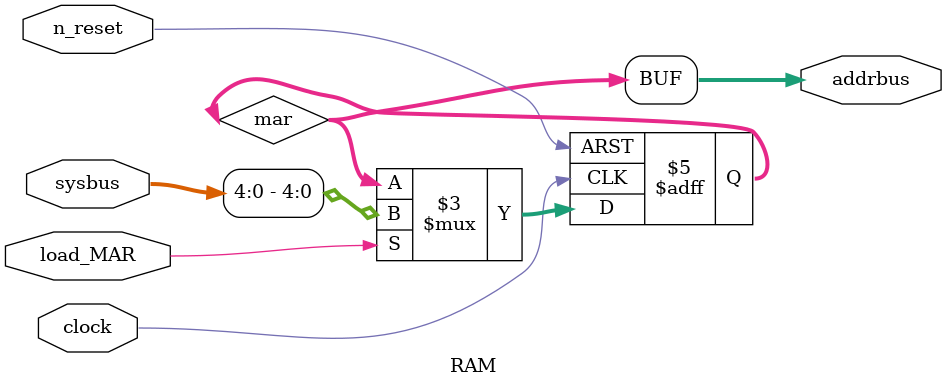
<source format=sv>

module RAM #(parameter WORD_W = 8, OP_W = 3)
               (input logic clock, n_reset, load_MAR,
					 inout wire [WORD_W - 1:0] sysbus,
					 output logic [WORD_W - OP_W - 1:0] addrbus);
					 
logic [WORD_W - OP_W - 1:0] mar;

assign addrbus = mar;

always_ff @(posedge clock, negedge n_reset)
	if (~n_reset)
		mar <= 0;
	else if (load_MAR)
		mar <= sysbus[WORD_W - OP_W - 1:0];

endmodule

</source>
